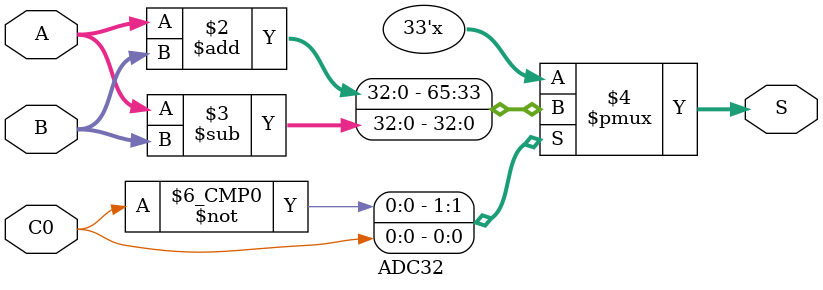
<source format=v>
`timescale 1ns / 1ps
module ADC32(input [31:0] A,
			    input [31:0] B,
				 input C0,
				 output reg [32:0] S
    );
always @ (*) 
	case (C0)
		0 : S <= A + B;
		1 : S <= A - B;
	endcase

endmodule

</source>
